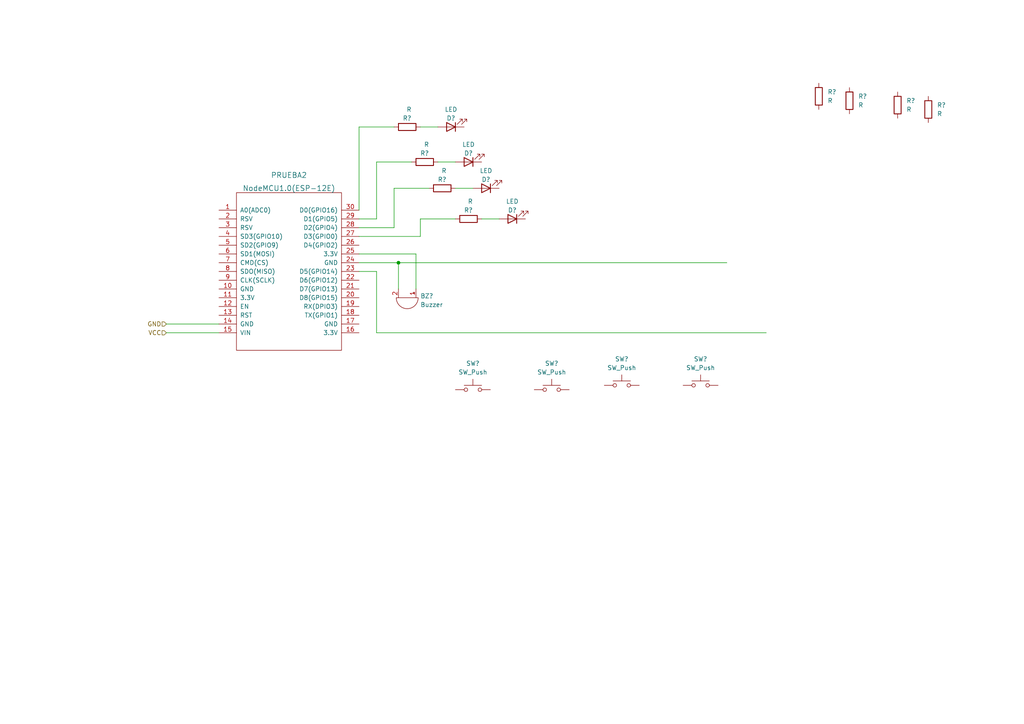
<source format=kicad_sch>
(kicad_sch (version 20211123) (generator eeschema)
  (paper "A4")
  (title_block (title "Testing de esquematicos") (date "2022-11-26") (rev "0.0.1") (company "Proyecto la Caja"))
  (lib_symbols
    (symbol "Device:Buzzer" (pin_names (offset 0.0254) hide)
      (property "Reference" "BZ" (at 3.81 1.27 0))
      (property "Value" "Buzzer" (at 3.81 -1.27 0))
      (symbol "Buzzer_0_1"
        (arc (start 0 -3.175) (mid 3.175 0) (end 0 3.175))
        (polyline (pts (xy -1.651 1.905) (xy -1.143 1.905)))
        (polyline (pts (xy -1.397 2.159) (xy -1.397 1.651)))
        (polyline (pts (xy 0 3.175) (xy 0 -3.175)))
      )
      (symbol "Buzzer_1_1"
        (pin passive line (at -2.54 2.54 0) (length 2.54) (name "-") (number "1"))
        (pin passive line (at -2.54 -2.54 0) (length 2.54) (name "+") (number "2"))
      )
    )
    (symbol "Device:LED" (pin_numbers hide) (pin_names (offset 1.016) hide)
      (property "Reference" "D" (at 0 2.54 0))
      (property "Value" "LED" (at 0 -2.54 0))
      (symbol "LED_0_1"
        (polyline (pts (xy -1.27 -1.27) (xy -1.27 1.27)) (stroke (width 0.254)))
        (polyline (pts (xy -1.27 0) (xy 1.27 0)))
        (polyline (pts (xy 1.27 -1.27) (xy 1.27 1.27) (xy -1.27 0) (xy 1.27 -1.27)) (stroke (width 0.254)))
        (polyline (pts (xy -3.048 -0.762) (xy -4.572 -2.286) (xy -3.81 -2.286) (xy -4.572 -2.286) (xy -4.572 -1.524)))
        (polyline (pts (xy -1.778 -0.762) (xy -3.302 -2.286) (xy -2.54 -2.286) (xy -3.302 -2.286) (xy -3.302 -1.524)))
      )
      (symbol "LED_1_1"
        (pin passive line (at -3.81 0 0) (length 2.54) (name "K") (number "1"))
        (pin passive line (at 3.81 0 180) (length 2.54) (name "A") (number "2"))
      )
    )
    (symbol "Device:R" (pin_numbers hide) (pin_names (offset 0))
      (property "Reference" "R" (at 2.032 0 90))
      (property "Value" "R" (at 0 0 90))
      (symbol "R_0_1"
        (rectangle (start -1.016 -2.54) (end 1.016 2.54) (stroke (width 0.254)))
      )
      (symbol "R_1_1"
        (pin passive line (at 0 3.81 270) (length 1.27) (name "~") (number "1"))
        (pin passive line (at 0 -3.81 90) (length 1.27) (name "~") (number "2"))
      )
    )
    (symbol "ESP8266:NodeMCU1.0(ESP-12E)" (pin_names (offset 1.016))
      (property "Reference" "U" (at 0 21.59 0))
      (property "Value" "NodeMCU1.0(ESP-12E)" (at 0 -21.59 0))
      (symbol "NodeMCU1.0(ESP-12E)_0_1"
        (rectangle (start -15.24 -22.86) (end 15.24 22.86))
      )
      (symbol "NodeMCU1.0(ESP-12E)_1_1"
        (pin input line (at -20.32 17.78 0) (length 5.08) (name "A0(ADC0)") (number "1"))
        (pin input line (at -20.32 -5.08 0) (length 5.08) (name "GND") (number "10"))
        (pin input line (at -20.32 -7.62 0) (length 5.08) (name "3.3V") (number "11"))
        (pin input line (at -20.32 -10.16 0) (length 5.08) (name "EN") (number "12"))
        (pin input line (at -20.32 -12.7 0) (length 5.08) (name "RST") (number "13"))
        (pin input line (at -20.32 -15.24 0) (length 5.08) (name "GND") (number "14"))
        (pin input line (at -20.32 -17.78 0) (length 5.08) (name "VIN") (number "15"))
        (pin input line (at 20.32 -17.78 180) (length 5.08) (name "3.3V") (number "16"))
        (pin input line (at 20.32 -15.24 180) (length 5.08) (name "GND") (number "17"))
        (pin input line (at 20.32 -12.7 180) (length 5.08) (name "TX(GPIO1)") (number "18"))
        (pin input line (at 20.32 -10.16 180) (length 5.08) (name "RX(DPIO3)") (number "19"))
        (pin input line (at -20.32 15.24 0) (length 5.08) (name "RSV") (number "2"))
        (pin input line (at 20.32 -7.62 180) (length 5.08) (name "D8(GPIO15)") (number "20"))
        (pin input line (at 20.32 -5.08 180) (length 5.08) (name "D7(GPIO13)") (number "21"))
        (pin input line (at 20.32 -2.54 180) (length 5.08) (name "D6(GPIO12)") (number "22"))
        (pin input line (at 20.32 0 180) (length 5.08) (name "D5(GPIO14)") (number "23"))
        (pin input line (at 20.32 2.54 180) (length 5.08) (name "GND") (number "24"))
        (pin input line (at 20.32 5.08 180) (length 5.08) (name "3.3V") (number "25"))
        (pin input line (at 20.32 7.62 180) (length 5.08) (name "D4(GPIO2)") (number "26"))
        (pin input line (at 20.32 10.16 180) (length 5.08) (name "D3(GPIO0)") (number "27"))
        (pin input line (at 20.32 12.7 180) (length 5.08) (name "D2(GPIO4)") (number "28"))
        (pin input line (at 20.32 15.24 180) (length 5.08) (name "D1(GPIO5)") (number "29"))
        (pin input line (at -20.32 12.7 0) (length 5.08) (name "RSV") (number "3"))
        (pin input line (at 20.32 17.78 180) (length 5.08) (name "D0(GPIO16)") (number "30"))
        (pin input line (at -20.32 10.16 0) (length 5.08) (name "SD3(GPIO10)") (number "4"))
        (pin input line (at -20.32 7.62 0) (length 5.08) (name "SD2(GPIO9)") (number "5"))
        (pin input line (at -20.32 5.08 0) (length 5.08) (name "SD1(MOSI)") (number "6"))
        (pin input line (at -20.32 2.54 0) (length 5.08) (name "CMD(CS)") (number "7"))
        (pin input line (at -20.32 0 0) (length 5.08) (name "SDO(MISO)") (number "8"))
        (pin input line (at -20.32 -2.54 0) (length 5.08) (name "CLK(SCLK)") (number "9"))
      )
    )
    (symbol "Switch:SW_Push" (pin_numbers hide) (pin_names (offset 1.016) hide)
      (property "Reference" "SW" (at 1.27 2.54 0))
      (property "Value" "SW_Push" (at 0 -1.524 0))
      (symbol "SW_Push_0_1"
        (circle (center -2.032 0) (radius 0.508))
        (polyline (pts (xy 0 1.27) (xy 0 3.048)))
        (polyline (pts (xy 2.54 1.27) (xy -2.54 1.27)))
        (circle (center 2.032 0) (radius 0.508))
        (pin passive line (at -5.08 0 0) (length 2.54) (name "1") (number "1"))
        (pin passive line (at 5.08 0 180) (length 2.54) (name "2") (number "2"))
      )
    )
  )
  (junction (at 115.57 76.2))
  (wire (pts (xy 115.57 76.2) (xy 210.82 76.2)))
  (wire (pts (xy 114.3 66.04) (xy 104.14 66.04)))
  (wire (pts (xy 124.46 54.61) (xy 114.3 54.61)))
  (wire (pts (xy 132.08 54.61) (xy 137.16 54.61)))
  (wire (pts (xy 109.22 46.99) (xy 109.22 63.5)))
  (wire (pts (xy 109.22 96.52) (xy 222.25 96.52)))
  (wire (pts (xy 127 46.99) (xy 132.08 46.99)))
  (wire (pts (xy 115.57 76.2) (xy 115.57 83.82)))
  (wire (pts (xy 132.08 63.5) (xy 121.92 63.5)))
  (wire (pts (xy 121.92 63.5) (xy 121.92 68.58)))
  (wire (pts (xy 121.92 68.58) (xy 104.14 68.58)))
  (wire (pts (xy 121.92 36.83) (xy 127 36.83)))
  (wire (pts (xy 120.65 73.66) (xy 120.65 83.82)))
  (wire (pts (xy 104.14 78.74) (xy 109.22 78.74)))
  (wire (pts (xy 48.26 96.52) (xy 63.5 96.52)))
  (wire (pts (xy 109.22 78.74) (xy 109.22 96.52)))
  (wire (pts (xy 104.14 76.2) (xy 115.57 76.2)))
  (wire (pts (xy 104.14 36.83) (xy 104.14 60.96)))
  (wire (pts (xy 104.14 36.83) (xy 114.3 36.83)))
  (wire (pts (xy 109.22 63.5) (xy 104.14 63.5)))
  (wire (pts (xy 104.14 73.66) (xy 120.65 73.66)))
  (wire (pts (xy 109.22 46.99) (xy 119.38 46.99)))
  (wire (pts (xy 139.7 63.5) (xy 144.78 63.5)))
  (wire (pts (xy 48.26 93.98) (xy 63.5 93.98)))
  (wire (pts (xy 114.3 54.61) (xy 114.3 66.04)))
  (hierarchical_label "GND" (shape input) (at 48.26 93.98 180))
  (hierarchical_label "VCC" (shape input) (at 48.26 96.52 180))
  (symbol (lib_id "Switch:SW_Push") (at 160.02 113.03 0) (unit 1)
    (property "Reference" "SW?" (at 160.02 105.41 0))
    (property "Value" "SW_Push" (at 160.02 107.95 0))
  )
  (symbol (lib_id "Device:R") (at 135.89 63.5 90) (unit 1)
    (property "Reference" "R?" (at 137.16 60.9601 90) (effects (justify left)))
    (property "Value" "R" (at 137.16 58.4201 90) (effects (justify left)))
  )
  (symbol (lib_id "Device:LED") (at 140.97 54.61 180) (unit 1)
    (property "Reference" "D?" (at 140.97 52.07 0))
    (property "Value" "LED" (at 140.97 49.53 0))
  )
  (symbol (lib_id "Device:R") (at 246.38 29.21 0) (unit 1)
    (property "Reference" "R?" (at 248.92 27.9399 0) (effects (justify left)))
    (property "Value" "R" (at 248.92 30.4799 0) (effects (justify left)))
  )
  (symbol (lib_id "ESP8266:NodeMCU1.0(ESP-12E)") (at 83.82 78.74 0) (unit 1)
    (property "Reference" "PRUEBA2" (at 83.82 50.8 0) (effects (font (size 1.524 1.524))))
    (property "Value" "NodeMCU1.0(ESP-12E)" (at 83.82 54.61 0) (effects (font (size 1.524 1.524))))
    (property "Datasheet" "https://www.esploradores.com/wp-content/uploads/2019/11/PINOUT-NodeMCU_1.0-V2-2_2.jpg" (effects hide))
    (property "Precio" "10€" (effects hide))
  )
  (symbol (lib_id "Device:R") (at 123.19 46.99 90) (unit 1)
    (property "Reference" "R?" (at 124.46 44.4501 90) (effects (justify left)))
    (property "Value" "R" (at 124.46 41.9101 90) (effects (justify left)))
  )
  (symbol (lib_id "Device:R") (at 118.11 36.83 90) (unit 1)
    (property "Reference" "R?" (at 119.38 34.2901 90) (effects (justify left)))
    (property "Value" "R" (at 119.38 31.7501 90) (effects (justify left)))
  )
  (symbol (lib_id "Device:R") (at 269.24 31.75 0) (unit 1)
    (property "Reference" "R?" (at 271.78 30.4799 0) (effects (justify left)))
    (property "Value" "R" (at 271.78 33.0199 0) (effects (justify left)))
  )
  (symbol (lib_id "Device:LED") (at 135.89 46.99 180) (unit 1)
    (property "Reference" "D?" (at 135.89 44.45 0))
    (property "Value" "LED" (at 135.89 41.91 0))
  )
  (symbol (lib_id "Switch:SW_Push") (at 180.34 111.76 0) (unit 1)
    (property "Reference" "SW?" (at 180.34 104.14 0))
    (property "Value" "SW_Push" (at 180.34 106.68 0))
  )
  (symbol (lib_id "Device:LED") (at 148.59 63.5 180) (unit 1)
    (property "Reference" "D?" (at 148.59 60.96 0))
    (property "Value" "LED" (at 148.59 58.42 0))
  )
  (symbol (lib_id "Device:LED") (at 130.81 36.83 180) (unit 1)
    (property "Reference" "D?" (at 130.81 34.29 0))
    (property "Value" "LED" (at 130.81 31.75 0))
  )
  (symbol (lib_id "Switch:SW_Push") (at 203.2 111.76 0) (unit 1)
    (property "Reference" "SW?" (at 203.2 104.14 0))
    (property "Value" "SW_Push" (at 203.2 106.68 0))
  )
  (symbol (lib_id "Switch:SW_Push") (at 137.16 113.03 0) (unit 1)
    (property "Reference" "SW?" (at 137.16 105.41 0))
    (property "Value" "SW_Push" (at 137.16 107.95 0))
  )
  (symbol (lib_id "Device:R") (at 128.27 54.61 90) (unit 1)
    (property "Reference" "R?" (at 129.54 52.0701 90) (effects (justify left)))
    (property "Value" "R" (at 129.54 49.5301 90) (effects (justify left)))
  )
  (symbol (lib_id "Device:R") (at 237.49 27.94 0) (unit 1)
    (property "Reference" "R?" (at 240.03 26.6699 0) (effects (justify left)))
    (property "Value" "R" (at 240.03 29.2099 0) (effects (justify left)))
  )
  (symbol (lib_id "Device:Buzzer") (at 118.11 86.36 270) (unit 1)
    (property "Reference" "BZ?" (at 121.92 85.8519 90) (effects (justify left)))
    (property "Value" "Buzzer" (at 121.92 88.3919 90) (effects (justify left)))
  )
  (symbol (lib_id "Device:R") (at 260.35 30.48 0) (unit 1)
    (property "Reference" "R?" (at 262.89 29.2099 0) (effects (justify left)))
    (property "Value" "R" (at 262.89 31.7499 0) (effects (justify left)))
  )
)
</source>
